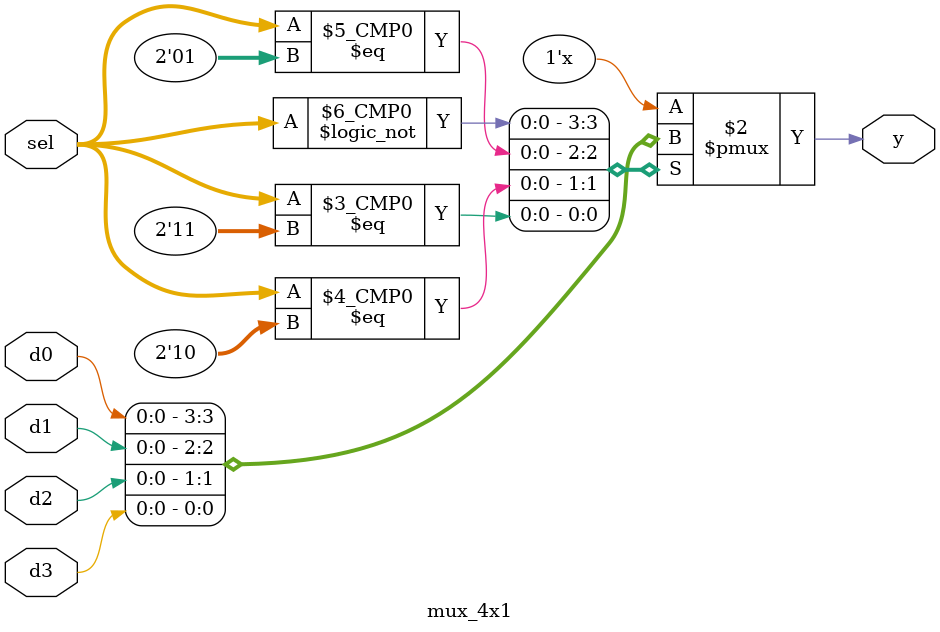
<source format=v>

parameter MODULE_SELECT = 3;

module gate(
  input i1, i2,
  output y
);
  assign y = i1 & i2;
endmodule

module has(
  input i1, i2,
  output y1, y2
);
  assign y1 = i1 ^ i2;
  assign y2 = i1 & i2;
endmodule

module fas(
  input i1, i2, i3,
  output y1, y2
);
  assign y1 = i1^i2^i3;
  assign y2 = (i1&i2) | (i2&i3) | (i3&i1);
endmodule

module mux_2x1(
  input d0, d1, 
  input sel,    
  output y      
);
  assign y = sel? d1 : d0;
endmodule

module mux_4x1(
  input d0, d1, d2, d3, 
  input [1:0] sel,      
  output reg y          
);
  always @(*) begin
    case(sel)
      2'b00: y = d0;
      2'b01: y = d1;
      2'b10: y = d2;
      2'b11: y = d3;
      default: y = 1'bx;
    endcase
  end
endmodule
</source>
